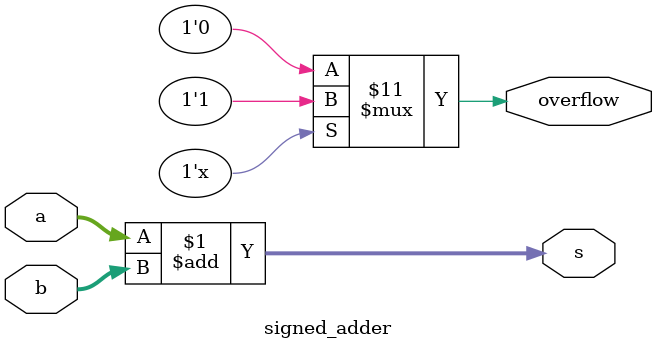
<source format=v>

module signed_adder(input [7:0] a,
    input [7:0] b,
    output [7:0] s,
    output overflow
); 

// The numbers a and b are added to the output s. 
// assign the occurence of the signed overflow of a and b to the output overflow.
// a signed overflow occurs if the most significant bits of a and b are low and the most significant bit of s is high
// a signed overflow may also occur if the most significant bits of a and b are high and the most significant bit of s is low


assign s = a + b;

// assign the occurence of the signed overflow of a and b to the output overflow
assign overflow = (a[31:24] == 0) && (b[31:24] == 0) && ((a[23:16] == 0) || (b[23:16] == 0)) && (s[31:24] == 1) ? 1'b1 : 1'b0;

endmodule

</source>
